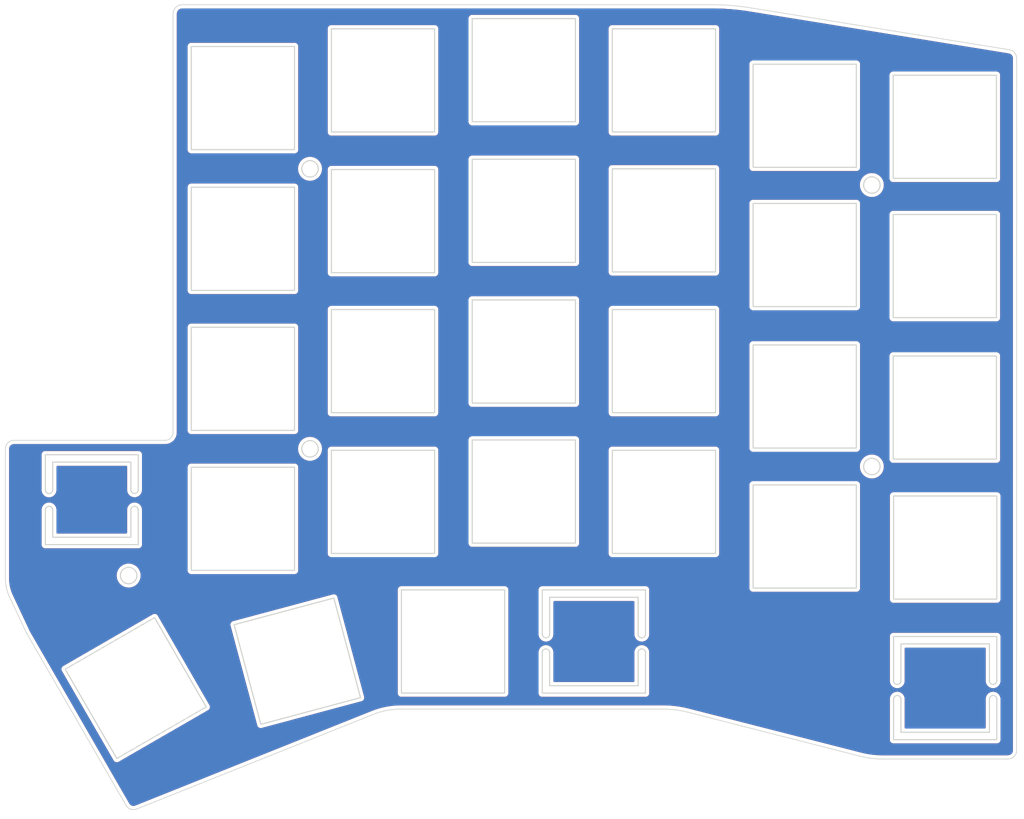
<source format=kicad_pcb>
(kicad_pcb (version 20211014) (generator pcbnew)
  (layers (0 "F.Cu" signal) (31 "B.Cu" signal) (34 "B.Paste" user) (35 "F.Paste" user) (36 "B.SilkS" user "B.Silkscreen") (37 "F.SilkS" user "F.Silkscreen") (38 "B.Mask" user) (39 "F.Mask" user) (44 "Edge.Cuts" user))
  (net 0 "")
  (gr_line (start 94.45232 157.28083) (end 94.330636 157.10843) (layer "Edge.Cuts") (width 0.1))
  (gr_rect (start 198.38125 96.1125) (end 212.37665 110.1079) (layer "Edge.Cuts") (width 0.15) (fill none))
  (gr_line (start 78.048309 108.263668) (end 78.1548 108.067979) (layer "Edge.Cuts") (width 0.1))
  (gr_rect (start 103.18125 111.2125) (end 117.17665 125.2079) (layer "Edge.Cuts") (width 0.15) (fill none))
  (gr_line (start 214.156691 54.557646) (end 214.358361 54.609276) (layer "Edge.Cuts") (width 0.1))
  (gr_line (start 195.276161 150.7056) (end 194.47835 150.5692) (layer "Edge.Cuts") (width 0.1))
  (gr_arc (start 150.78125 136.3625) (mid 151.28125 135.8625) (end 151.78125 136.3625) (layer "Edge.Cuts") (width 0.15))
  (gr_line (start 94.98125 110.5125) (end 94.98125 114.275) (layer "Edge.Cuts") (width 0.15))
  (gr_line (start 130.180856 144.132602) (end 129.701391 144.213202) (layer "Edge.Cuts") (width 0.1))
  (gr_line (start 150.78125 133.8625) (end 150.78125 127.8625) (layer "Edge.Cuts") (width 0.15))
  (gr_rect (start 103.18125 92.2125) (end 117.17665 106.2079) (layer "Edge.Cuts") (width 0.15) (fill none))
  (gr_rect (start 198.38125 76.9125) (end 212.37665 90.9079) (layer "Edge.Cuts") (width 0.15) (fill none))
  (gr_line (start 80.856185 133.765908) (end 80.811035 133.679408) (layer "Edge.Cuts") (width 0.1))
  (gr_line (start 77.956507 126.294995) (end 77.957103 108.712204) (layer "Edge.Cuts") (width 0.1))
  (gr_line (start 214.820821 150.426755) (end 214.664841 150.567685) (layer "Edge.Cuts") (width 0.1))
  (gr_line (start 84.38125 120.7125) (end 94.98125 120.7125) (layer "Edge.Cuts") (width 0.15))
  (gr_line (start 214.948731 150.259935) (end 214.820821 150.426755) (layer "Edge.Cuts") (width 0.1))
  (gr_arc (start 198.42885 142.685901) (mid 198.92885 142.185901) (end 199.42885 142.685901) (layer "Edge.Cuts") (width 0.15))
  (gr_line (start 214.484581 150.678604) (end 214.283851 150.755404) (layer "Edge.Cuts") (width 0.1))
  (gr_arc (start 151.78125 133.8625) (mid 151.28125 134.3625) (end 150.78125 133.8625) (layer "Edge.Cuts") (width 0.15))
  (gr_rect (start 160.28125 51.7125) (end 174.27665 65.7079) (layer "Edge.Cuts") (width 0.15) (fill none))
  (gr_line (start 150.78125 141.8625) (end 150.78125 136.3625) (layer "Edge.Cuts") (width 0.15))
  (gr_line (start 128.75639 144.442381) (end 128.29248 144.590601) (layer "Edge.Cuts") (width 0.1))
  (gr_rect (start 179.38125 113.6125) (end 193.37665 127.6079) (layer "Edge.Cuts") (width 0.15) (fill none))
  (gr_line (start 131.637358 144.028412) (end 131.149652 144.040002) (layer "Edge.Cuts") (width 0.1))
  (gr_line (start 128.29248 144.590601) (end 127.835378 144.761051) (layer "Edge.Cuts") (width 0.1))
  (gr_line (start 100.622949 106.8964) (end 100.683949 106.695659) (layer "Edge.Cuts") (width 0.1))
  (gr_rect (start 122.18125 70.8125) (end 136.17665 84.8079) (layer "Edge.Cuts") (width 0.15) (fill none))
  (gr_rect (start 198.43125 115.1125) (end 212.42665 129.1079) (layer "Edge.Cuts") (width 0.15) (fill none))
  (gr_rect (start 141.28125 50.3225) (end 155.27665 64.3179) (layer "Edge.Cuts") (width 0.15) (fill none))
  (gr_line (start 214.543121 54.693966) (end 214.707871 54.8081) (layer "Edge.Cuts") (width 0.1))
  (gr_line (start 215.105631 55.487071) (end 215.124431 55.694402) (layer "Edge.Cuts") (width 0.1))
  (gr_line (start 78.509729 128.77593) (end 78.38135 128.481613) (layer "Edge.Cuts") (width 0.1))
  (gr_line (start 151.78125 140.8625) (end 163.78125 140.8625) (layer "Edge.Cuts") (width 0.15))
  (gr_circle (center 119.28125 70.7125) (end 120.39885 70.7125) (layer "Edge.Cuts") (width 0.15) (fill none))
  (gr_line (start 78.035467 127.252144) (end 77.991687 126.935258) (layer "Edge.Cuts") (width 0.1))
  (gr_line (start 78.29571 107.897505) (end 78.466409 107.756869) (layer "Edge.Cuts") (width 0.1))
  (gr_line (start 214.849571 54.948082) (end 214.965131 55.110307) (layer "Edge.Cuts") (width 0.1))
  (gr_rect (start 160.28125 70.7125) (end 174.27665 84.7079) (layer "Edge.Cuts") (width 0.15) (fill none))
  (gr_rect (start 179.38125 94.6125) (end 193.37665 108.6079) (layer "Edge.Cuts") (width 0.15) (fill none))
  (gr_rect (start 103.18125 54.1125) (end 117.17665 68.1079) (layer "Edge.Cuts") (width 0.15) (fill none))
  (gr_line (start 177.566981 48.65437) (end 178.591671 48.792276) (layer "Edge.Cuts") (width 0.1))
  (gr_line (start 163.78125 128.8625) (end 163.78125 133.8625) (layer "Edge.Cuts") (width 0.15))
  (gr_line (start 95.756452 157.60198) (end 95.554226 157.66228) (layer "Edge.Cuts") (width 0.1))
  (gr_line (start 174.192057 48.437985) (end 175.225631 48.465825) (layer "Edge.Cuts") (width 0.1))
  (gr_line (start 100.729929 49.425527) (end 100.801999 49.193348) (layer "Edge.Cuts") (width 0.1))
  (gr_rect (start 198.38125 58.0125) (end 212.37665 72.0079) (layer "Edge.Cuts") (width 0.15) (fill none))
  (gr_circle (center 94.68125 125.9125) (end 95.79885 125.9125) (layer "Edge.Cuts") (width 0.15) (fill none))
  (gr_line (start 168.990328 144.156612) (end 168.51992 144.100612) (layer "Edge.Cuts") (width 0.1))
  (gr_line (start 214.283851 150.755404) (end 214.066441 150.794004) (layer "Edge.Cuts") (width 0.1))
  (gr_line (start 78.096477 127.565929) (end 78.035467 127.252144) (layer "Edge.Cuts") (width 0.1))
  (gr_line (start 193.690701 150.3789) (end 170.846259 144.53898) (layer "Edge.Cuts") (width 0.1))
  (gr_rect (start 160.28125 108.9125) (end 174.27665 122.9079) (layer "Edge.Cuts") (width 0.15) (fill none))
  (gr_line (start 78.269577 128.181369) (end 78.174567 127.875907) (layer "Edge.Cuts") (width 0.1))
  (gr_line (start 214.066441 150.794004) (end 213.81085 150.8125) (layer "Edge.Cuts") (width 0.1))
  (gr_line (start 101.46024 48.535105) (end 101.692418 48.463035) (layer "Edge.Cuts") (width 0.1))
  (gr_rect (start 122.18125 89.8125) (end 136.17665 103.8079) (layer "Edge.Cuts") (width 0.15) (fill none))
  (gr_line (start 100.040997 107.478352) (end 100.226077 107.379542) (layer "Edge.Cuts") (width 0.1))
  (gr_line (start 95.147098 157.67018) (end 94.951496 157.62108) (layer "Edge.Cuts") (width 0.1))
  (gr_line (start 196.08137 150.7877) (end 195.276161 150.7056) (layer "Edge.Cuts") (width 0.1))
  (gr_line (start 168.047753 144.060512) (end 167.574228 144.036412) (layer "Edge.Cuts") (width 0.1))
  (gr_line (start 83.38125 121.7125) (end 83.38125 117.00625) (layer "Edge.Cuts") (width 0.15))
  (gr_rect (start 141.28125 88.5125) (end 155.27665 102.5079) (layer "Edge.Cuts") (width 0.15) (fill none))
  (gr_line (start 101.250134 48.649147) (end 101.46024 48.535105) (layer "Edge.Cuts") (width 0.1))
  (gr_line (start 214.965131 55.110307) (end 215.051531 55.291172) (layer "Edge.Cuts") (width 0.1))
  (gr_line (start 99.629494 107.560202) (end 99.840256 107.539352) (layer "Edge.Cuts") (width 0.1))
  (gr_arc (start 95.98125 114.275) (mid 95.48125 114.775) (end 94.98125 114.275) (layer "Edge.Cuts") (width 0.15))
  (gr_line (start 84.38125 110.5125) (end 94.98125 110.5125) (layer "Edge.Cuts") (width 0.15))
  (gr_arc (start 94.98125 117.00625) (mid 95.48125 116.50625) (end 95.98125 117.00625) (layer "Edge.Cuts") (width 0.15))
  (gr_line (start 214.707871 54.8081) (end 214.849571 54.948082) (layer "Edge.Cuts") (width 0.1))
  (gr_arc (start 199.42885 140.185901) (mid 198.92885 140.685901) (end 198.42885 140.185901) (layer "Edge.Cuts") (width 0.15))
  (gr_line (start 78.466409 107.756869) (end 78.662268 107.650692) (layer "Edge.Cuts") (width 0.1))
  (gr_arc (start 164.78125 133.8625) (mid 164.28125 134.3625) (end 163.78125 133.8625) (layer "Edge.Cuts") (width 0.15))
  (gr_rect (start 179.38125 56.5125) (end 193.37665 70.5079) (layer "Edge.Cuts") (width 0.15) (fill none))
  (gr_line (start 129.226298 144.316521) (end 128.75639 144.442381) (layer "Edge.Cuts") (width 0.1))
  (gr_line (start 164.78125 136.3625) (end 164.78125 141.8625) (layer "Edge.Cuts") (width 0.15))
  (gr_rect (start 122.18125 108.9125) (end 136.17665 122.9079) (layer "Edge.Cuts") (width 0.15) (fill none))
  (gr_line (start 167.574228 144.036412) (end 167.08755 144.028412) (layer "Edge.Cuts") (width 0.1))
  (gr_line (start 83.38125 114.275) (end 83.38125 109.5125) (layer "Edge.Cuts") (width 0.15))
  (gr_line (start 100.801999 49.193348) (end 100.91604 48.983243) (layer "Edge.Cuts") (width 0.1))
  (gr_line (start 211.42885 147.185901) (end 211.42885 142.685901) (layer "Edge.Cuts") (width 0.15))
  (gr_line (start 100.524139 107.08148) (end 100.622949 106.8964) (layer "Edge.Cuts") (width 0.1))
  (gr_line (start 101.067077 48.800184) (end 101.250134 48.649147) (layer "Edge.Cuts") (width 0.1))
  (gr_line (start 78.878658 107.583592) (end 79.11095 107.560202) (layer "Edge.Cuts") (width 0.1))
  (gr_line (start 94.767399 157.53878) (end 94.599457 157.42482) (layer "Edge.Cuts") (width 0.1))
  (gr_line (start 100.226077 107.379542) (end 100.389853 107.245256) (layer "Edge.Cuts") (width 0.1))
  (gr_line (start 150.78125 127.8625) (end 164.78125 127.8625) (layer "Edge.Cuts") (width 0.15))
  (gr_line (start 77.980867 108.47995) (end 78.048309 108.263668) (layer "Edge.Cuts") (width 0.1))
  (gr_arc (start 84.38125 114.275) (mid 83.88125 114.785831) (end 83.38125 114.275) (layer "Edge.Cuts") (width 0.15))
  (gr_line (start 77.965307 126.615972) (end 77.956507 126.294995) (layer "Edge.Cuts") (width 0.1))
  (gr_line (start 151.78125 136.3625) (end 151.78125 140.8625) (layer "Edge.Cuts") (width 0.15))
  (gr_line (start 213.81085 150.8125) (end 213.58225 150.8125) (layer "Edge.Cuts") (width 0.1))
  (gr_line (start 100.91604 48.983243) (end 101.067077 48.800184) (layer "Edge.Cuts") (width 0.1))
  (gr_line (start 214.358361 54.609276) (end 214.543121 54.693966) (layer "Edge.Cuts") (width 0.1))
  (gr_line (start 127.835378 144.761051) (end 95.756452 157.60198) (layer "Edge.Cuts") (width 0.1))
  (gr_rect (start 160.28125 89.8125) (end 174.27665 103.8079) (layer "Edge.Cuts") (width 0.15) (fill none))
  (gr_line (start 79.11095 107.560202) (end 99.629494 107.560202) (layer "Edge.Cuts") (width 0.1))
  (gr_line (start 167.08755 144.028412) (end 131.637358 144.028412) (layer "Edge.Cuts") (width 0.1))
  (gr_line (start 196.88175 150.8125) (end 196.08137 150.7877) (layer "Edge.Cuts") (width 0.1))
  (gr_line (start 95.98125 121.7125) (end 83.38125 121.7125) (layer "Edge.Cuts") (width 0.15))
  (gr_line (start 83.38125 109.5125) (end 95.98125 109.5125) (layer "Edge.Cuts") (width 0.15))
  (gr_line (start 214.664841 150.567685) (end 214.484581 150.678604) (layer "Edge.Cuts") (width 0.1))
  (gr_rect (start 141.28125 107.5125) (end 155.27665 121.5079) (layer "Edge.Cuts") (width 0.15) (fill none))
  (gr_line (start 100.389853 107.245256) (end 100.524139 107.08148) (layer "Edge.Cuts") (width 0.1))
  (gr_line (start 77.991687 126.935258) (end 77.965307 126.615972) (layer "Edge.Cuts") (width 0.1))
  (gr_line (start 95.349558 157.68448) (end 95.147098 157.67018) (layer "Edge.Cuts") (width 0.1))
  (gr_line (start 100.683949 106.695659) (end 100.704799 106.484897) (layer "Edge.Cuts") (width 0.1))
  (gr_line (start 170.386939 144.41974) (end 169.924241 144.316212) (layer "Edge.Cuts") (width 0.1))
  (gr_line (start 211.42885 135.185901) (end 211.42885 140.185901) (layer "Edge.Cuts") (width 0.15))
  (gr_line (start 94.330636 157.10843) (end 80.856185 133.765908) (layer "Edge.Cuts") (width 0.1))
  (gr_line (start 131.149652 144.040002) (end 130.663879 144.074802) (layer "Edge.Cuts") (width 0.1))
  (gr_line (start 215.105131 149.865066) (end 215.044731 150.071335) (layer "Edge.Cuts") (width 0.1))
  (gr_poly (pts (xy 86.079072 138.620322) (xy 98.199444 131.622622) (xy 105.197143 143.742994) (xy 93.076772 150.740694)) (layer "Edge.Cuts") (width 0.15) (fill none))
  (gr_line (start 99.840256 107.539352) (end 100.040997 107.478352) (layer "Edge.Cuts") (width 0.1))
  (gr_line (start 199.42885 140.185901) (end 199.42885 135.185901) (layer "Edge.Cuts") (width 0.15))
  (gr_line (start 78.1548 108.067979) (end 78.29571 107.897505) (layer "Edge.Cuts") (width 0.1))
  (gr_line (start 84.38125 117.00625) (end 84.38125 120.7125) (layer "Edge.Cuts") (width 0.15))
  (gr_circle (center 195.48125 72.9125) (end 196.59885 72.9125) (layer "Edge.Cuts") (width 0.15) (fill none))
  (gr_line (start 198.42885 134.185901) (end 212.42885 134.185901) (layer "Edge.Cuts") (width 0.15))
  (gr_line (start 80.811035 133.679408) (end 78.509729 128.77593) (layer "Edge.Cuts") (width 0.1))
  (gr_line (start 169.458569 144.228512) (end 168.990328 144.156612) (layer "Edge.Cuts") (width 0.1))
  (gr_line (start 212.42885 142.685901) (end 212.42885 148.185901) (layer "Edge.Cuts") (width 0.15))
  (gr_line (start 95.98125 117.00625) (end 95.98125 121.7125) (layer "Edge.Cuts") (width 0.15))
  (gr_line (start 94.98125 120.7125) (end 94.98125 117.00625) (layer "Edge.Cuts") (width 0.15))
  (gr_rect (start 131.68125 127.8625) (end 145.67665 141.8579) (layer "Edge.Cuts") (width 0.15) (fill none))
  (gr_line (start 78.662268 107.650692) (end 78.878658 107.583592) (layer "Edge.Cuts") (width 0.1))
  (gr_line (start 94.599457 157.42482) (end 94.45232 157.28083) (layer "Edge.Cuts") (width 0.1))
  (gr_line (start 215.124431 55.694402) (end 215.11895 149.6568) (layer "Edge.Cuts") (width 0.1))
  (gr_line (start 130.663879 144.074802) (end 130.180856 144.132602) (layer "Edge.Cuts") (width 0.1))
  (gr_line (start 78.174567 127.875907) (end 78.096477 127.565929) (layer "Edge.Cuts") (width 0.1))
  (gr_line (start 78.38135 128.481613) (end 78.269577 128.181369) (layer "Edge.Cuts") (width 0.1))
  (gr_line (start 94.951496 157.62108) (end 94.767399 157.53878) (layer "Edge.Cuts") (width 0.1))
  (gr_line (start 178.591671 48.792276) (end 214.156691 54.557646) (layer "Edge.Cuts") (width 0.1))
  (gr_line (start 199.42885 147.185901) (end 211.42885 147.185901) (layer "Edge.Cuts") (width 0.15))
  (gr_line (start 212.42885 148.185901) (end 198.42885 148.185901) (layer "Edge.Cuts") (width 0.15))
  (gr_line (start 100.704799 49.674806) (end 100.729929 49.425527) (layer "Edge.Cuts") (width 0.1))
  (gr_circle (center 119.28125 108.7125) (end 120.39885 108.7125) (layer "Edge.Cuts") (width 0.15) (fill none))
  (gr_line (start 95.98125 109.5125) (end 95.98125 114.275) (layer "Edge.Cuts") (width 0.15))
  (gr_line (start 95.554226 157.66228) (end 95.349558 157.68448) (layer "Edge.Cuts") (width 0.1))
  (gr_line (start 170.846259 144.53898) (end 170.386939 144.41974) (layer "Edge.Cuts") (width 0.1))
  (gr_line (start 164.78125 127.8625) (end 164.78125 133.8625) (layer "Edge.Cuts") (width 0.15))
  (gr_line (start 213.58225 150.8125) (end 196.88175 150.8125) (layer "Edge.Cuts") (width 0.1))
  (gr_arc (start 163.78125 136.3625) (mid 164.28125 135.8625) (end 164.78125 136.3625) (layer "Edge.Cuts") (width 0.15))
  (gr_line (start 84.38125 114.275) (end 84.38125 110.5125) (layer "Edge.Cuts") (width 0.15))
  (gr_line (start 198.42885 140.185901) (end 198.42885 134.185901) (layer "Edge.Cuts") (width 0.15))
  (gr_line (start 151.78125 128.8625) (end 163.78125 128.8625) (layer "Edge.Cuts") (width 0.15))
  (gr_line (start 175.225631 48.465825) (end 176.397781 48.541755) (layer "Edge.Cuts") (width 0.1))
  (gr_line (start 212.42885 134.185901) (end 212.42885 140.185901) (layer "Edge.Cuts") (width 0.15))
  (gr_line (start 101.941697 48.437905) (end 174.192057 48.437985) (layer "Edge.Cuts") (width 0.1))
  (gr_line (start 215.044731 150.071335) (end 214.948731 150.259935) (layer "Edge.Cuts") (width 0.1))
  (gr_rect (start 141.28125 69.4125) (end 155.27665 83.4079) (layer "Edge.Cuts") (width 0.15) (fill none))
  (gr_line (start 176.397781 48.541755) (end 177.566981 48.65437) (layer "Edge.Cuts") (width 0.1))
  (gr_line (start 198.42885 148.185901) (end 198.42885 142.685901) (layer "Edge.Cuts") (width 0.15))
  (gr_rect (start 103.18125 73.2125) (end 117.17665 87.2079) (layer "Edge.Cuts") (width 0.15) (fill none))
  (gr_rect (start 122.18125 51.7125) (end 136.17665 65.7079) (layer "Edge.Cuts") (width 0.15) (fill none))
  (gr_line (start 164.78125 141.8625) (end 150.78125 141.8625) (layer "Edge.Cuts") (width 0.15))
  (gr_line (start 151.78125 133.8625) (end 151.78125 128.8625) (layer "Edge.Cuts") (width 0.15))
  (gr_line (start 215.051531 55.291172) (end 215.105631 55.487071) (layer "Edge.Cuts") (width 0.1))
  (gr_line (start 199.42885 142.685901) (end 199.42885 147.185901) (layer "Edge.Cuts") (width 0.15))
  (gr_line (start 100.704799 106.484897) (end 100.704799 49.674806) (layer "Edge.Cuts") (width 0.1))
  (gr_line (start 101.692418 48.463035) (end 101.941697 48.437905) (layer "Edge.Cuts") (width 0.1))
  (gr_arc (start 212.42885 140.185901) (mid 211.92885 140.685901) (end 211.42885 140.185901) (layer "Edge.Cuts") (width 0.15))
  (gr_line (start 169.924241 144.316212) (end 169.458569 144.228512) (layer "Edge.Cuts") (width 0.1))
  (gr_line (start 199.42885 135.185901) (end 211.42885 135.185901) (layer "Edge.Cuts") (width 0.15))
  (gr_circle (center 195.48125 111.1125) (end 196.59885 111.1125) (layer "Edge.Cuts") (width 0.15) (fill none))
  (gr_line (start 77.957103 108.712204) (end 77.980867 108.47995) (layer "Edge.Cuts") (width 0.1))
  (gr_line (start 168.51992 144.100612) (end 168.047753 144.060512) (layer "Edge.Cuts") (width 0.1))
  (gr_line (start 163.78125 140.8625) (end 163.78125 136.3625) (layer "Edge.Cuts") (width 0.15))
  (gr_poly (pts (xy 108.988036 132.582753) (xy 122.506554 128.960477) (xy 126.12883 142.478995) (xy 112.610312 146.101271)) (layer "Edge.Cuts") (width 0.15) (fill none))
  (gr_arc (start 83.38125 117.00625) (mid 83.88125 116.50625) (end 84.38125 117.00625) (layer "Edge.Cuts") (width 0.15))
  (gr_line (start 215.11895 149.6568) (end 215.105131 149.865066) (layer "Edge.Cuts") (width 0.1))
  (gr_line (start 129.701391 144.213202) (end 129.226298 144.316521) (layer "Edge.Cuts") (width 0.1))
  (gr_line (start 194.47835 150.5692) (end 193.690701 150.3789) (layer "Edge.Cuts") (width 0.1))
  (gr_arc (start 211.42885 142.685901) (mid 211.92885 142.185901) (end 212.42885 142.685901) (layer "Edge.Cuts") (width 0.15))
  (gr_rect (start 179.38125 75.4125) (end 193.37665 89.4079) (layer "Edge.Cuts") (width 0.15) (fill none))
  (zone (net 0) (net_name "") (layers F&B.Cu) (connect_pads (clearance 0.508)) (min_thickness 0.254) (fill yes (thermal_gap 0.508) (thermal_bridge_width 0.508))
    (polygon (pts (xy 216.1375 151.78125) (xy 195.5 151.78125) (xy 168.5125 145.43125) (xy 128.825 145.43125) (xy 94.69375 158.925) (xy 77.23125 128.7625) (xy 77.23125 106.5375) (xy 99.45625 106.5375) (xy 99.45625 47.8) (xy 177.24375 47.8) (xy 216.1375 54.15)))
  )
)
</source>
